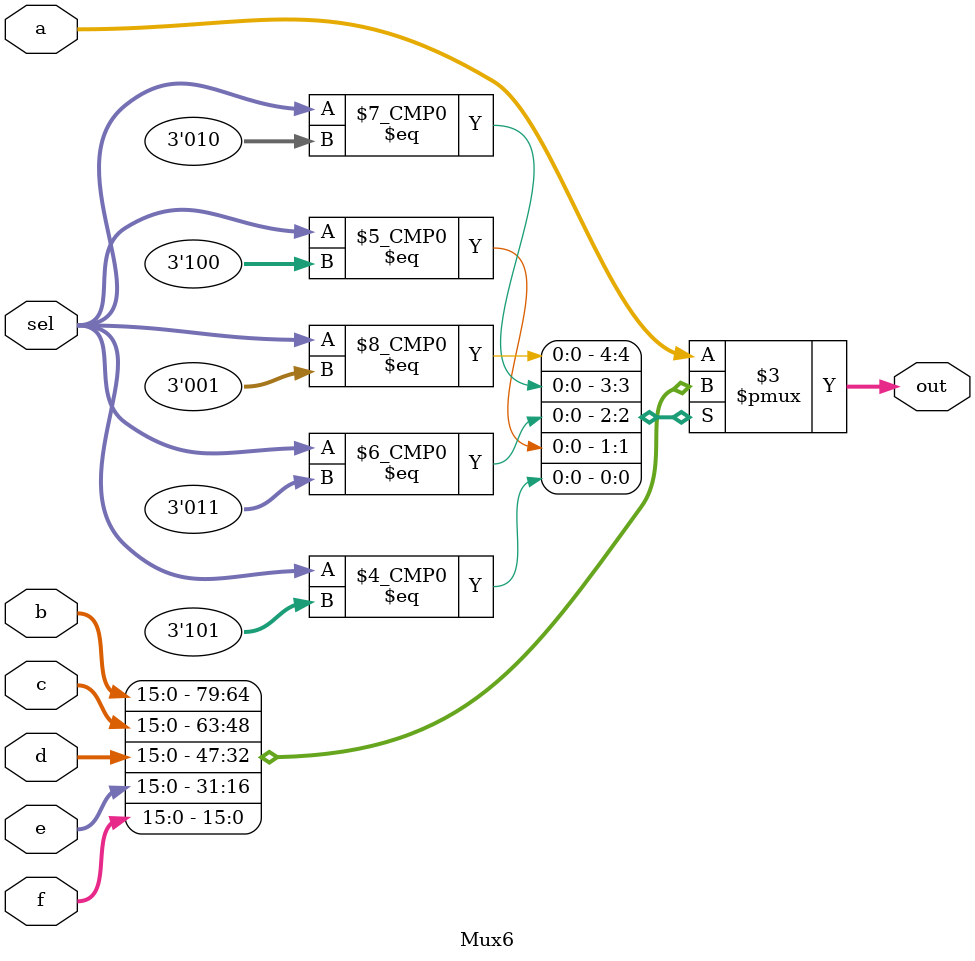
<source format=v>
/* 
* Mux definitions for convenience.
*/

// 2 inputs
module Mux2 #(parameter DATA_WIDTH = 16) 
(
  input [DATA_WIDTH - 1:0] a, b,
  input sel, 
  output [DATA_WIDTH - 1:0] out
);

  assign out = sel ? b : a; 

endmodule

// 3 inputs
module Mux3 #(parameter DATA_WIDTH = 16)
(
  input [DATA_WIDTH - 1:0] a, b, c,
  input [1:0] sel,
  output reg [DATA_WIDTH - 1:0] out
);

  always @(*) begin 
    case (sel) 
      2'b00: out = a;
      2'b01: out = b;
      2'b10: out = c;
      default: out = a;
    endcase
  end

endmodule

// 4 inputs
module Mux4 #(parameter DATA_WIDTH = 16)
(
  input [DATA_WIDTH - 1:0] a, b, c, d,
  input [1:0] sel,
  output reg [DATA_WIDTH - 1:0] out
);

  always @(*) begin 
    case (sel) 
      2'b00: out = a;
      2'b01: out = b;
      2'b10: out = c;
      2'b11: out = d;
      default: out = a; // never happens
    endcase
  end

endmodule

// 5 inputs 
module Mux5 #(parameter DATA_WIDTH = 16) 
( 
  input [DATA_WIDTH - 1:0] a, b, c, d, e, 
  input [2:0] sel, 
  output reg [DATA_WIDTH - 1:0] out
);

  always @(*) begin 
    case (sel) 
      3'h0: out = a; 
      3'h1: out = b; 
      3'h2: out = c; 
      3'h3: out = d;
      3'h4: out = e;
      default: out = a;
		endcase
  end

endmodule

// 6 inputs 
module Mux6 #(parameter DATA_WIDTH = 16) 
( 
  input [DATA_WIDTH - 1:0] a, b, c, d, e, f,
  input [2:0] sel, 
  output reg [DATA_WIDTH - 1:0] out
);

  always @(*) begin 
    case (sel) 
      3'h0: out = a; 
      3'h1: out = b; 
      3'h2: out = c; 
      3'h3: out = d;
      3'h4: out = e;
      3'h5: out = f;
      default: out = a;
		endcase
  end

endmodule

</source>
